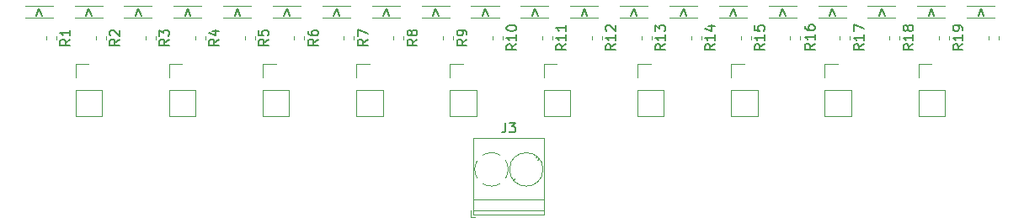
<source format=gbr>
G04 #@! TF.GenerationSoftware,KiCad,Pcbnew,(5.1.4)-1*
G04 #@! TF.CreationDate,2020-01-13T14:58:37-05:00*
G04 #@! TF.ProjectId,IRPanel,49525061-6e65-46c2-9e6b-696361645f70,rev?*
G04 #@! TF.SameCoordinates,Original*
G04 #@! TF.FileFunction,Legend,Top*
G04 #@! TF.FilePolarity,Positive*
%FSLAX46Y46*%
G04 Gerber Fmt 4.6, Leading zero omitted, Abs format (unit mm)*
G04 Created by KiCad (PCBNEW (5.1.4)-1) date 2020-01-13 14:58:37*
%MOMM*%
%LPD*%
G04 APERTURE LIST*
%ADD10C,0.120000*%
%ADD11C,0.150000*%
G04 APERTURE END LIST*
D10*
X200990000Y-79337221D02*
X200990000Y-79662779D01*
X202010000Y-79337221D02*
X202010000Y-79662779D01*
X196003156Y-79337221D02*
X196003156Y-79662779D01*
X197023156Y-79337221D02*
X197023156Y-79662779D01*
X191016314Y-79337221D02*
X191016314Y-79662779D01*
X192036314Y-79337221D02*
X192036314Y-79662779D01*
X186029472Y-79337221D02*
X186029472Y-79662779D01*
X187049472Y-79337221D02*
X187049472Y-79662779D01*
X193920000Y-82170000D02*
X195250000Y-82170000D01*
X193920000Y-83500000D02*
X193920000Y-82170000D01*
X193920000Y-84770000D02*
X196580000Y-84770000D01*
X196580000Y-84770000D02*
X196580000Y-87370000D01*
X193920000Y-84770000D02*
X193920000Y-87370000D01*
X193920000Y-87370000D02*
X196580000Y-87370000D01*
X184503328Y-82170000D02*
X185833328Y-82170000D01*
X184503328Y-83500000D02*
X184503328Y-82170000D01*
X184503328Y-84770000D02*
X187163328Y-84770000D01*
X187163328Y-84770000D02*
X187163328Y-87370000D01*
X184503328Y-84770000D02*
X184503328Y-87370000D01*
X184503328Y-87370000D02*
X187163328Y-87370000D01*
X198800000Y-77500000D02*
X201600000Y-77500000D01*
X198800000Y-76300000D02*
X201600000Y-76300000D01*
X193815780Y-77500000D02*
X196615780Y-77500000D01*
X193815780Y-76300000D02*
X196615780Y-76300000D01*
X188831570Y-77500000D02*
X191631570Y-77500000D01*
X188831570Y-76300000D02*
X191631570Y-76300000D01*
X183847360Y-77500000D02*
X186647360Y-77500000D01*
X183847360Y-76300000D02*
X186647360Y-76300000D01*
X181042630Y-79337221D02*
X181042630Y-79662779D01*
X182062630Y-79337221D02*
X182062630Y-79662779D01*
X176055788Y-79337221D02*
X176055788Y-79662779D01*
X177075788Y-79337221D02*
X177075788Y-79662779D01*
X171068946Y-79337221D02*
X171068946Y-79662779D01*
X172088946Y-79337221D02*
X172088946Y-79662779D01*
X166082104Y-79337221D02*
X166082104Y-79662779D01*
X167102104Y-79337221D02*
X167102104Y-79662779D01*
X161095262Y-79337221D02*
X161095262Y-79662779D01*
X162115262Y-79337221D02*
X162115262Y-79662779D01*
X156108420Y-79337221D02*
X156108420Y-79662779D01*
X157128420Y-79337221D02*
X157128420Y-79662779D01*
X151121578Y-79337221D02*
X151121578Y-79662779D01*
X152141578Y-79337221D02*
X152141578Y-79662779D01*
X146134736Y-79337221D02*
X146134736Y-79662779D01*
X147154736Y-79337221D02*
X147154736Y-79662779D01*
X141147894Y-79337221D02*
X141147894Y-79662779D01*
X142167894Y-79337221D02*
X142167894Y-79662779D01*
X136161052Y-79337221D02*
X136161052Y-79662779D01*
X137181052Y-79337221D02*
X137181052Y-79662779D01*
X131174210Y-79337221D02*
X131174210Y-79662779D01*
X132194210Y-79337221D02*
X132194210Y-79662779D01*
X126187368Y-79337221D02*
X126187368Y-79662779D01*
X127207368Y-79337221D02*
X127207368Y-79662779D01*
X121200526Y-79337221D02*
X121200526Y-79662779D01*
X122220526Y-79337221D02*
X122220526Y-79662779D01*
X116213684Y-79337221D02*
X116213684Y-79662779D01*
X117233684Y-79337221D02*
X117233684Y-79662779D01*
X111226842Y-79337221D02*
X111226842Y-79662779D01*
X112246842Y-79337221D02*
X112246842Y-79662779D01*
X106240000Y-79337221D02*
X106240000Y-79662779D01*
X107260000Y-79337221D02*
X107260000Y-79662779D01*
X175086662Y-82170000D02*
X176416662Y-82170000D01*
X175086662Y-83500000D02*
X175086662Y-82170000D01*
X175086662Y-84770000D02*
X177746662Y-84770000D01*
X177746662Y-84770000D02*
X177746662Y-87370000D01*
X175086662Y-84770000D02*
X175086662Y-87370000D01*
X175086662Y-87370000D02*
X177746662Y-87370000D01*
X165669996Y-82170000D02*
X166999996Y-82170000D01*
X165669996Y-83500000D02*
X165669996Y-82170000D01*
X165669996Y-84770000D02*
X168329996Y-84770000D01*
X168329996Y-84770000D02*
X168329996Y-87370000D01*
X165669996Y-84770000D02*
X165669996Y-87370000D01*
X165669996Y-87370000D02*
X168329996Y-87370000D01*
X156253330Y-82170000D02*
X157583330Y-82170000D01*
X156253330Y-83500000D02*
X156253330Y-82170000D01*
X156253330Y-84770000D02*
X158913330Y-84770000D01*
X158913330Y-84770000D02*
X158913330Y-87370000D01*
X156253330Y-84770000D02*
X156253330Y-87370000D01*
X156253330Y-87370000D02*
X158913330Y-87370000D01*
X146836664Y-82170000D02*
X148166664Y-82170000D01*
X146836664Y-83500000D02*
X146836664Y-82170000D01*
X146836664Y-84770000D02*
X149496664Y-84770000D01*
X149496664Y-84770000D02*
X149496664Y-87370000D01*
X146836664Y-84770000D02*
X146836664Y-87370000D01*
X146836664Y-87370000D02*
X149496664Y-87370000D01*
X137419998Y-82170000D02*
X138749998Y-82170000D01*
X137419998Y-83500000D02*
X137419998Y-82170000D01*
X137419998Y-84770000D02*
X140079998Y-84770000D01*
X140079998Y-84770000D02*
X140079998Y-87370000D01*
X137419998Y-84770000D02*
X137419998Y-87370000D01*
X137419998Y-87370000D02*
X140079998Y-87370000D01*
X128003332Y-82170000D02*
X129333332Y-82170000D01*
X128003332Y-83500000D02*
X128003332Y-82170000D01*
X128003332Y-84770000D02*
X130663332Y-84770000D01*
X130663332Y-84770000D02*
X130663332Y-87370000D01*
X128003332Y-84770000D02*
X128003332Y-87370000D01*
X128003332Y-87370000D02*
X130663332Y-87370000D01*
X148950000Y-97550000D02*
X149350000Y-97550000D01*
X148950000Y-96910000D02*
X148950000Y-97550000D01*
X153355000Y-93691000D02*
X153226000Y-93819000D01*
X155570000Y-91475000D02*
X155476000Y-91569000D01*
X153525000Y-93931000D02*
X153431000Y-94024000D01*
X155775000Y-91681000D02*
X155646000Y-91809000D01*
X156310000Y-89590000D02*
X156310000Y-97310000D01*
X149190000Y-89590000D02*
X149190000Y-97310000D01*
X149190000Y-97310000D02*
X156310000Y-97310000D01*
X149190000Y-89590000D02*
X156310000Y-89590000D01*
X149190000Y-95750000D02*
X156310000Y-95750000D01*
X149190000Y-96850000D02*
X156310000Y-96850000D01*
X156180000Y-92750000D02*
G75*
G03X156180000Y-92750000I-1680000J0D01*
G01*
X151028674Y-94430099D02*
G75*
G02X150134000Y-94190000I-28674J1680099D01*
G01*
X149574642Y-93639894D02*
G75*
G02X149560000Y-91884000I1425358J889894D01*
G01*
X150110106Y-91324642D02*
G75*
G02X151866000Y-91310000I889894J-1425358D01*
G01*
X152425505Y-91859807D02*
G75*
G02X152425000Y-93641000I-1425505J-890193D01*
G01*
X151890264Y-94174721D02*
G75*
G02X151000000Y-94430000I-890264J1424721D01*
G01*
X118586666Y-82170000D02*
X119916666Y-82170000D01*
X118586666Y-83500000D02*
X118586666Y-82170000D01*
X118586666Y-84770000D02*
X121246666Y-84770000D01*
X121246666Y-84770000D02*
X121246666Y-87370000D01*
X118586666Y-84770000D02*
X118586666Y-87370000D01*
X118586666Y-87370000D02*
X121246666Y-87370000D01*
X109170000Y-82170000D02*
X110500000Y-82170000D01*
X109170000Y-83500000D02*
X109170000Y-82170000D01*
X109170000Y-84770000D02*
X111830000Y-84770000D01*
X111830000Y-84770000D02*
X111830000Y-87370000D01*
X109170000Y-84770000D02*
X109170000Y-87370000D01*
X109170000Y-87370000D02*
X111830000Y-87370000D01*
X178863150Y-77500000D02*
X181663150Y-77500000D01*
X178863150Y-76300000D02*
X181663150Y-76300000D01*
X173878940Y-77500000D02*
X176678940Y-77500000D01*
X173878940Y-76300000D02*
X176678940Y-76300000D01*
X168894730Y-77500000D02*
X171694730Y-77500000D01*
X168894730Y-76300000D02*
X171694730Y-76300000D01*
X163910520Y-77500000D02*
X166710520Y-77500000D01*
X163910520Y-76300000D02*
X166710520Y-76300000D01*
X158926310Y-77500000D02*
X161726310Y-77500000D01*
X158926310Y-76300000D02*
X161726310Y-76300000D01*
X153942100Y-77500000D02*
X156742100Y-77500000D01*
X153942100Y-76300000D02*
X156742100Y-76300000D01*
X148957890Y-77500000D02*
X151757890Y-77500000D01*
X148957890Y-76300000D02*
X151757890Y-76300000D01*
X143973680Y-77500000D02*
X146773680Y-77500000D01*
X143973680Y-76300000D02*
X146773680Y-76300000D01*
X138989470Y-77500000D02*
X141789470Y-77500000D01*
X138989470Y-76300000D02*
X141789470Y-76300000D01*
X134005260Y-77500000D02*
X136805260Y-77500000D01*
X134005260Y-76300000D02*
X136805260Y-76300000D01*
X129021050Y-77500000D02*
X131821050Y-77500000D01*
X129021050Y-76300000D02*
X131821050Y-76300000D01*
X124036840Y-77500000D02*
X126836840Y-77500000D01*
X124036840Y-76300000D02*
X126836840Y-76300000D01*
X119052630Y-77500000D02*
X121852630Y-77500000D01*
X119052630Y-76300000D02*
X121852630Y-76300000D01*
X114068420Y-77500000D02*
X116868420Y-77500000D01*
X114068420Y-76300000D02*
X116868420Y-76300000D01*
X109084210Y-77500000D02*
X111884210Y-77500000D01*
X109084210Y-76300000D02*
X111884210Y-76300000D01*
X104100000Y-77500000D02*
X106900000Y-77500000D01*
X104100000Y-76300000D02*
X106900000Y-76300000D01*
D11*
X198395536Y-80142857D02*
X197919346Y-80476190D01*
X198395536Y-80714285D02*
X197395536Y-80714285D01*
X197395536Y-80333333D01*
X197443156Y-80238095D01*
X197490775Y-80190476D01*
X197586013Y-80142857D01*
X197728870Y-80142857D01*
X197824108Y-80190476D01*
X197871727Y-80238095D01*
X197919346Y-80333333D01*
X197919346Y-80714285D01*
X198395536Y-79190476D02*
X198395536Y-79761904D01*
X198395536Y-79476190D02*
X197395536Y-79476190D01*
X197538394Y-79571428D01*
X197633632Y-79666666D01*
X197681251Y-79761904D01*
X198395536Y-78714285D02*
X198395536Y-78523809D01*
X198347917Y-78428571D01*
X198300298Y-78380952D01*
X198157441Y-78285714D01*
X197966965Y-78238095D01*
X197586013Y-78238095D01*
X197490775Y-78285714D01*
X197443156Y-78333333D01*
X197395536Y-78428571D01*
X197395536Y-78619047D01*
X197443156Y-78714285D01*
X197490775Y-78761904D01*
X197586013Y-78809523D01*
X197824108Y-78809523D01*
X197919346Y-78761904D01*
X197966965Y-78714285D01*
X198014584Y-78619047D01*
X198014584Y-78428571D01*
X197966965Y-78333333D01*
X197919346Y-78285714D01*
X197824108Y-78238095D01*
X193408694Y-80142857D02*
X192932504Y-80476190D01*
X193408694Y-80714285D02*
X192408694Y-80714285D01*
X192408694Y-80333333D01*
X192456314Y-80238095D01*
X192503933Y-80190476D01*
X192599171Y-80142857D01*
X192742028Y-80142857D01*
X192837266Y-80190476D01*
X192884885Y-80238095D01*
X192932504Y-80333333D01*
X192932504Y-80714285D01*
X193408694Y-79190476D02*
X193408694Y-79761904D01*
X193408694Y-79476190D02*
X192408694Y-79476190D01*
X192551552Y-79571428D01*
X192646790Y-79666666D01*
X192694409Y-79761904D01*
X192837266Y-78619047D02*
X192789647Y-78714285D01*
X192742028Y-78761904D01*
X192646790Y-78809523D01*
X192599171Y-78809523D01*
X192503933Y-78761904D01*
X192456314Y-78714285D01*
X192408694Y-78619047D01*
X192408694Y-78428571D01*
X192456314Y-78333333D01*
X192503933Y-78285714D01*
X192599171Y-78238095D01*
X192646790Y-78238095D01*
X192742028Y-78285714D01*
X192789647Y-78333333D01*
X192837266Y-78428571D01*
X192837266Y-78619047D01*
X192884885Y-78714285D01*
X192932504Y-78761904D01*
X193027742Y-78809523D01*
X193218218Y-78809523D01*
X193313456Y-78761904D01*
X193361075Y-78714285D01*
X193408694Y-78619047D01*
X193408694Y-78428571D01*
X193361075Y-78333333D01*
X193313456Y-78285714D01*
X193218218Y-78238095D01*
X193027742Y-78238095D01*
X192932504Y-78285714D01*
X192884885Y-78333333D01*
X192837266Y-78428571D01*
X188421852Y-80142857D02*
X187945662Y-80476190D01*
X188421852Y-80714285D02*
X187421852Y-80714285D01*
X187421852Y-80333333D01*
X187469472Y-80238095D01*
X187517091Y-80190476D01*
X187612329Y-80142857D01*
X187755186Y-80142857D01*
X187850424Y-80190476D01*
X187898043Y-80238095D01*
X187945662Y-80333333D01*
X187945662Y-80714285D01*
X188421852Y-79190476D02*
X188421852Y-79761904D01*
X188421852Y-79476190D02*
X187421852Y-79476190D01*
X187564710Y-79571428D01*
X187659948Y-79666666D01*
X187707567Y-79761904D01*
X187421852Y-78857142D02*
X187421852Y-78190476D01*
X188421852Y-78619047D01*
X199935714Y-77280952D02*
X200221428Y-76519047D01*
X200507142Y-77280952D01*
X194951494Y-77280952D02*
X195237208Y-76519047D01*
X195522922Y-77280952D01*
X189967284Y-77280952D02*
X190252998Y-76519047D01*
X190538712Y-77280952D01*
X184983074Y-77280952D02*
X185268788Y-76519047D01*
X185554502Y-77280952D01*
X183505010Y-80105357D02*
X183028820Y-80438690D01*
X183505010Y-80676785D02*
X182505010Y-80676785D01*
X182505010Y-80295833D01*
X182552630Y-80200595D01*
X182600249Y-80152976D01*
X182695487Y-80105357D01*
X182838344Y-80105357D01*
X182933582Y-80152976D01*
X182981201Y-80200595D01*
X183028820Y-80295833D01*
X183028820Y-80676785D01*
X183505010Y-79152976D02*
X183505010Y-79724404D01*
X183505010Y-79438690D02*
X182505010Y-79438690D01*
X182647868Y-79533928D01*
X182743106Y-79629166D01*
X182790725Y-79724404D01*
X182505010Y-78295833D02*
X182505010Y-78486309D01*
X182552630Y-78581547D01*
X182600249Y-78629166D01*
X182743106Y-78724404D01*
X182933582Y-78772023D01*
X183314534Y-78772023D01*
X183409772Y-78724404D01*
X183457391Y-78676785D01*
X183505010Y-78581547D01*
X183505010Y-78391071D01*
X183457391Y-78295833D01*
X183409772Y-78248214D01*
X183314534Y-78200595D01*
X183076439Y-78200595D01*
X182981201Y-78248214D01*
X182933582Y-78295833D01*
X182885963Y-78391071D01*
X182885963Y-78581547D01*
X182933582Y-78676785D01*
X182981201Y-78724404D01*
X183076439Y-78772023D01*
X178448168Y-80142857D02*
X177971978Y-80476190D01*
X178448168Y-80714285D02*
X177448168Y-80714285D01*
X177448168Y-80333333D01*
X177495788Y-80238095D01*
X177543407Y-80190476D01*
X177638645Y-80142857D01*
X177781502Y-80142857D01*
X177876740Y-80190476D01*
X177924359Y-80238095D01*
X177971978Y-80333333D01*
X177971978Y-80714285D01*
X178448168Y-79190476D02*
X178448168Y-79761904D01*
X178448168Y-79476190D02*
X177448168Y-79476190D01*
X177591026Y-79571428D01*
X177686264Y-79666666D01*
X177733883Y-79761904D01*
X177448168Y-78285714D02*
X177448168Y-78761904D01*
X177924359Y-78809523D01*
X177876740Y-78761904D01*
X177829121Y-78666666D01*
X177829121Y-78428571D01*
X177876740Y-78333333D01*
X177924359Y-78285714D01*
X178019597Y-78238095D01*
X178257692Y-78238095D01*
X178352930Y-78285714D01*
X178400549Y-78333333D01*
X178448168Y-78428571D01*
X178448168Y-78666666D01*
X178400549Y-78761904D01*
X178352930Y-78809523D01*
X173461326Y-80142857D02*
X172985136Y-80476190D01*
X173461326Y-80714285D02*
X172461326Y-80714285D01*
X172461326Y-80333333D01*
X172508946Y-80238095D01*
X172556565Y-80190476D01*
X172651803Y-80142857D01*
X172794660Y-80142857D01*
X172889898Y-80190476D01*
X172937517Y-80238095D01*
X172985136Y-80333333D01*
X172985136Y-80714285D01*
X173461326Y-79190476D02*
X173461326Y-79761904D01*
X173461326Y-79476190D02*
X172461326Y-79476190D01*
X172604184Y-79571428D01*
X172699422Y-79666666D01*
X172747041Y-79761904D01*
X172794660Y-78333333D02*
X173461326Y-78333333D01*
X172413707Y-78571428D02*
X173127993Y-78809523D01*
X173127993Y-78190476D01*
X168474484Y-80142857D02*
X167998294Y-80476190D01*
X168474484Y-80714285D02*
X167474484Y-80714285D01*
X167474484Y-80333333D01*
X167522104Y-80238095D01*
X167569723Y-80190476D01*
X167664961Y-80142857D01*
X167807818Y-80142857D01*
X167903056Y-80190476D01*
X167950675Y-80238095D01*
X167998294Y-80333333D01*
X167998294Y-80714285D01*
X168474484Y-79190476D02*
X168474484Y-79761904D01*
X168474484Y-79476190D02*
X167474484Y-79476190D01*
X167617342Y-79571428D01*
X167712580Y-79666666D01*
X167760199Y-79761904D01*
X167474484Y-78857142D02*
X167474484Y-78238095D01*
X167855437Y-78571428D01*
X167855437Y-78428571D01*
X167903056Y-78333333D01*
X167950675Y-78285714D01*
X168045913Y-78238095D01*
X168284008Y-78238095D01*
X168379246Y-78285714D01*
X168426865Y-78333333D01*
X168474484Y-78428571D01*
X168474484Y-78714285D01*
X168426865Y-78809523D01*
X168379246Y-78857142D01*
X163487642Y-80142857D02*
X163011452Y-80476190D01*
X163487642Y-80714285D02*
X162487642Y-80714285D01*
X162487642Y-80333333D01*
X162535262Y-80238095D01*
X162582881Y-80190476D01*
X162678119Y-80142857D01*
X162820976Y-80142857D01*
X162916214Y-80190476D01*
X162963833Y-80238095D01*
X163011452Y-80333333D01*
X163011452Y-80714285D01*
X163487642Y-79190476D02*
X163487642Y-79761904D01*
X163487642Y-79476190D02*
X162487642Y-79476190D01*
X162630500Y-79571428D01*
X162725738Y-79666666D01*
X162773357Y-79761904D01*
X162582881Y-78809523D02*
X162535262Y-78761904D01*
X162487642Y-78666666D01*
X162487642Y-78428571D01*
X162535262Y-78333333D01*
X162582881Y-78285714D01*
X162678119Y-78238095D01*
X162773357Y-78238095D01*
X162916214Y-78285714D01*
X163487642Y-78857142D01*
X163487642Y-78238095D01*
X158500800Y-80142857D02*
X158024610Y-80476190D01*
X158500800Y-80714285D02*
X157500800Y-80714285D01*
X157500800Y-80333333D01*
X157548420Y-80238095D01*
X157596039Y-80190476D01*
X157691277Y-80142857D01*
X157834134Y-80142857D01*
X157929372Y-80190476D01*
X157976991Y-80238095D01*
X158024610Y-80333333D01*
X158024610Y-80714285D01*
X158500800Y-79190476D02*
X158500800Y-79761904D01*
X158500800Y-79476190D02*
X157500800Y-79476190D01*
X157643658Y-79571428D01*
X157738896Y-79666666D01*
X157786515Y-79761904D01*
X158500800Y-78238095D02*
X158500800Y-78809523D01*
X158500800Y-78523809D02*
X157500800Y-78523809D01*
X157643658Y-78619047D01*
X157738896Y-78714285D01*
X157786515Y-78809523D01*
X153513958Y-80142857D02*
X153037768Y-80476190D01*
X153513958Y-80714285D02*
X152513958Y-80714285D01*
X152513958Y-80333333D01*
X152561578Y-80238095D01*
X152609197Y-80190476D01*
X152704435Y-80142857D01*
X152847292Y-80142857D01*
X152942530Y-80190476D01*
X152990149Y-80238095D01*
X153037768Y-80333333D01*
X153037768Y-80714285D01*
X153513958Y-79190476D02*
X153513958Y-79761904D01*
X153513958Y-79476190D02*
X152513958Y-79476190D01*
X152656816Y-79571428D01*
X152752054Y-79666666D01*
X152799673Y-79761904D01*
X152513958Y-78571428D02*
X152513958Y-78476190D01*
X152561578Y-78380952D01*
X152609197Y-78333333D01*
X152704435Y-78285714D01*
X152894911Y-78238095D01*
X153133006Y-78238095D01*
X153323482Y-78285714D01*
X153418720Y-78333333D01*
X153466339Y-78380952D01*
X153513958Y-78476190D01*
X153513958Y-78571428D01*
X153466339Y-78666666D01*
X153418720Y-78714285D01*
X153323482Y-78761904D01*
X153133006Y-78809523D01*
X152894911Y-78809523D01*
X152704435Y-78761904D01*
X152609197Y-78714285D01*
X152561578Y-78666666D01*
X152513958Y-78571428D01*
X148527116Y-79666666D02*
X148050926Y-80000000D01*
X148527116Y-80238095D02*
X147527116Y-80238095D01*
X147527116Y-79857142D01*
X147574736Y-79761904D01*
X147622355Y-79714285D01*
X147717593Y-79666666D01*
X147860450Y-79666666D01*
X147955688Y-79714285D01*
X148003307Y-79761904D01*
X148050926Y-79857142D01*
X148050926Y-80238095D01*
X148527116Y-79190476D02*
X148527116Y-79000000D01*
X148479497Y-78904761D01*
X148431878Y-78857142D01*
X148289021Y-78761904D01*
X148098545Y-78714285D01*
X147717593Y-78714285D01*
X147622355Y-78761904D01*
X147574736Y-78809523D01*
X147527116Y-78904761D01*
X147527116Y-79095238D01*
X147574736Y-79190476D01*
X147622355Y-79238095D01*
X147717593Y-79285714D01*
X147955688Y-79285714D01*
X148050926Y-79238095D01*
X148098545Y-79190476D01*
X148146164Y-79095238D01*
X148146164Y-78904761D01*
X148098545Y-78809523D01*
X148050926Y-78761904D01*
X147955688Y-78714285D01*
X143540274Y-79666666D02*
X143064084Y-80000000D01*
X143540274Y-80238095D02*
X142540274Y-80238095D01*
X142540274Y-79857142D01*
X142587894Y-79761904D01*
X142635513Y-79714285D01*
X142730751Y-79666666D01*
X142873608Y-79666666D01*
X142968846Y-79714285D01*
X143016465Y-79761904D01*
X143064084Y-79857142D01*
X143064084Y-80238095D01*
X142968846Y-79095238D02*
X142921227Y-79190476D01*
X142873608Y-79238095D01*
X142778370Y-79285714D01*
X142730751Y-79285714D01*
X142635513Y-79238095D01*
X142587894Y-79190476D01*
X142540274Y-79095238D01*
X142540274Y-78904761D01*
X142587894Y-78809523D01*
X142635513Y-78761904D01*
X142730751Y-78714285D01*
X142778370Y-78714285D01*
X142873608Y-78761904D01*
X142921227Y-78809523D01*
X142968846Y-78904761D01*
X142968846Y-79095238D01*
X143016465Y-79190476D01*
X143064084Y-79238095D01*
X143159322Y-79285714D01*
X143349798Y-79285714D01*
X143445036Y-79238095D01*
X143492655Y-79190476D01*
X143540274Y-79095238D01*
X143540274Y-78904761D01*
X143492655Y-78809523D01*
X143445036Y-78761904D01*
X143349798Y-78714285D01*
X143159322Y-78714285D01*
X143064084Y-78761904D01*
X143016465Y-78809523D01*
X142968846Y-78904761D01*
X138553432Y-79666666D02*
X138077242Y-80000000D01*
X138553432Y-80238095D02*
X137553432Y-80238095D01*
X137553432Y-79857142D01*
X137601052Y-79761904D01*
X137648671Y-79714285D01*
X137743909Y-79666666D01*
X137886766Y-79666666D01*
X137982004Y-79714285D01*
X138029623Y-79761904D01*
X138077242Y-79857142D01*
X138077242Y-80238095D01*
X137553432Y-79333333D02*
X137553432Y-78666666D01*
X138553432Y-79095238D01*
X133566590Y-79666666D02*
X133090400Y-80000000D01*
X133566590Y-80238095D02*
X132566590Y-80238095D01*
X132566590Y-79857142D01*
X132614210Y-79761904D01*
X132661829Y-79714285D01*
X132757067Y-79666666D01*
X132899924Y-79666666D01*
X132995162Y-79714285D01*
X133042781Y-79761904D01*
X133090400Y-79857142D01*
X133090400Y-80238095D01*
X132566590Y-78809523D02*
X132566590Y-79000000D01*
X132614210Y-79095238D01*
X132661829Y-79142857D01*
X132804686Y-79238095D01*
X132995162Y-79285714D01*
X133376114Y-79285714D01*
X133471352Y-79238095D01*
X133518971Y-79190476D01*
X133566590Y-79095238D01*
X133566590Y-78904761D01*
X133518971Y-78809523D01*
X133471352Y-78761904D01*
X133376114Y-78714285D01*
X133138019Y-78714285D01*
X133042781Y-78761904D01*
X132995162Y-78809523D01*
X132947543Y-78904761D01*
X132947543Y-79095238D01*
X132995162Y-79190476D01*
X133042781Y-79238095D01*
X133138019Y-79285714D01*
X128579748Y-79666666D02*
X128103558Y-80000000D01*
X128579748Y-80238095D02*
X127579748Y-80238095D01*
X127579748Y-79857142D01*
X127627368Y-79761904D01*
X127674987Y-79714285D01*
X127770225Y-79666666D01*
X127913082Y-79666666D01*
X128008320Y-79714285D01*
X128055939Y-79761904D01*
X128103558Y-79857142D01*
X128103558Y-80238095D01*
X127579748Y-78761904D02*
X127579748Y-79238095D01*
X128055939Y-79285714D01*
X128008320Y-79238095D01*
X127960701Y-79142857D01*
X127960701Y-78904761D01*
X128008320Y-78809523D01*
X128055939Y-78761904D01*
X128151177Y-78714285D01*
X128389272Y-78714285D01*
X128484510Y-78761904D01*
X128532129Y-78809523D01*
X128579748Y-78904761D01*
X128579748Y-79142857D01*
X128532129Y-79238095D01*
X128484510Y-79285714D01*
X123592906Y-79666666D02*
X123116716Y-80000000D01*
X123592906Y-80238095D02*
X122592906Y-80238095D01*
X122592906Y-79857142D01*
X122640526Y-79761904D01*
X122688145Y-79714285D01*
X122783383Y-79666666D01*
X122926240Y-79666666D01*
X123021478Y-79714285D01*
X123069097Y-79761904D01*
X123116716Y-79857142D01*
X123116716Y-80238095D01*
X122926240Y-78809523D02*
X123592906Y-78809523D01*
X122545287Y-79047619D02*
X123259573Y-79285714D01*
X123259573Y-78666666D01*
X118606064Y-79666666D02*
X118129874Y-80000000D01*
X118606064Y-80238095D02*
X117606064Y-80238095D01*
X117606064Y-79857142D01*
X117653684Y-79761904D01*
X117701303Y-79714285D01*
X117796541Y-79666666D01*
X117939398Y-79666666D01*
X118034636Y-79714285D01*
X118082255Y-79761904D01*
X118129874Y-79857142D01*
X118129874Y-80238095D01*
X117606064Y-79333333D02*
X117606064Y-78714285D01*
X117987017Y-79047619D01*
X117987017Y-78904761D01*
X118034636Y-78809523D01*
X118082255Y-78761904D01*
X118177493Y-78714285D01*
X118415588Y-78714285D01*
X118510826Y-78761904D01*
X118558445Y-78809523D01*
X118606064Y-78904761D01*
X118606064Y-79190476D01*
X118558445Y-79285714D01*
X118510826Y-79333333D01*
X113619222Y-79666666D02*
X113143032Y-80000000D01*
X113619222Y-80238095D02*
X112619222Y-80238095D01*
X112619222Y-79857142D01*
X112666842Y-79761904D01*
X112714461Y-79714285D01*
X112809699Y-79666666D01*
X112952556Y-79666666D01*
X113047794Y-79714285D01*
X113095413Y-79761904D01*
X113143032Y-79857142D01*
X113143032Y-80238095D01*
X112714461Y-79285714D02*
X112666842Y-79238095D01*
X112619222Y-79142857D01*
X112619222Y-78904761D01*
X112666842Y-78809523D01*
X112714461Y-78761904D01*
X112809699Y-78714285D01*
X112904937Y-78714285D01*
X113047794Y-78761904D01*
X113619222Y-79333333D01*
X113619222Y-78714285D01*
X108632380Y-79666666D02*
X108156190Y-80000000D01*
X108632380Y-80238095D02*
X107632380Y-80238095D01*
X107632380Y-79857142D01*
X107680000Y-79761904D01*
X107727619Y-79714285D01*
X107822857Y-79666666D01*
X107965714Y-79666666D01*
X108060952Y-79714285D01*
X108108571Y-79761904D01*
X108156190Y-79857142D01*
X108156190Y-80238095D01*
X108632380Y-78714285D02*
X108632380Y-79285714D01*
X108632380Y-79000000D02*
X107632380Y-79000000D01*
X107775238Y-79095238D01*
X107870476Y-79190476D01*
X107918095Y-79285714D01*
X152416666Y-88042380D02*
X152416666Y-88756666D01*
X152369047Y-88899523D01*
X152273809Y-88994761D01*
X152130952Y-89042380D01*
X152035714Y-89042380D01*
X152797619Y-88042380D02*
X153416666Y-88042380D01*
X153083333Y-88423333D01*
X153226190Y-88423333D01*
X153321428Y-88470952D01*
X153369047Y-88518571D01*
X153416666Y-88613809D01*
X153416666Y-88851904D01*
X153369047Y-88947142D01*
X153321428Y-88994761D01*
X153226190Y-89042380D01*
X152940476Y-89042380D01*
X152845238Y-88994761D01*
X152797619Y-88947142D01*
X179998864Y-77280952D02*
X180284578Y-76519047D01*
X180570292Y-77280952D01*
X175014654Y-77280952D02*
X175300368Y-76519047D01*
X175586082Y-77280952D01*
X170030444Y-77280952D02*
X170316158Y-76519047D01*
X170601872Y-77280952D01*
X165046234Y-77280952D02*
X165331948Y-76519047D01*
X165617662Y-77280952D01*
X160062024Y-77280952D02*
X160347738Y-76519047D01*
X160633452Y-77280952D01*
X155077814Y-77280952D02*
X155363528Y-76519047D01*
X155649242Y-77280952D01*
X150093604Y-77280952D02*
X150379318Y-76519047D01*
X150665032Y-77280952D01*
X145109394Y-77280952D02*
X145395108Y-76519047D01*
X145680822Y-77280952D01*
X140125184Y-77280952D02*
X140410898Y-76519047D01*
X140696612Y-77280952D01*
X135140974Y-77280952D02*
X135426688Y-76519047D01*
X135712402Y-77280952D01*
X130156764Y-77280952D02*
X130442478Y-76519047D01*
X130728192Y-77280952D01*
X125172554Y-77280952D02*
X125458268Y-76519047D01*
X125743982Y-77280952D01*
X120188344Y-77280952D02*
X120474058Y-76519047D01*
X120759772Y-77280952D01*
X115204134Y-77280952D02*
X115489848Y-76519047D01*
X115775562Y-77280952D01*
X110219924Y-77280952D02*
X110505638Y-76519047D01*
X110791352Y-77280952D01*
X105235714Y-77280952D02*
X105521428Y-76519047D01*
X105807142Y-77280952D01*
M02*

</source>
